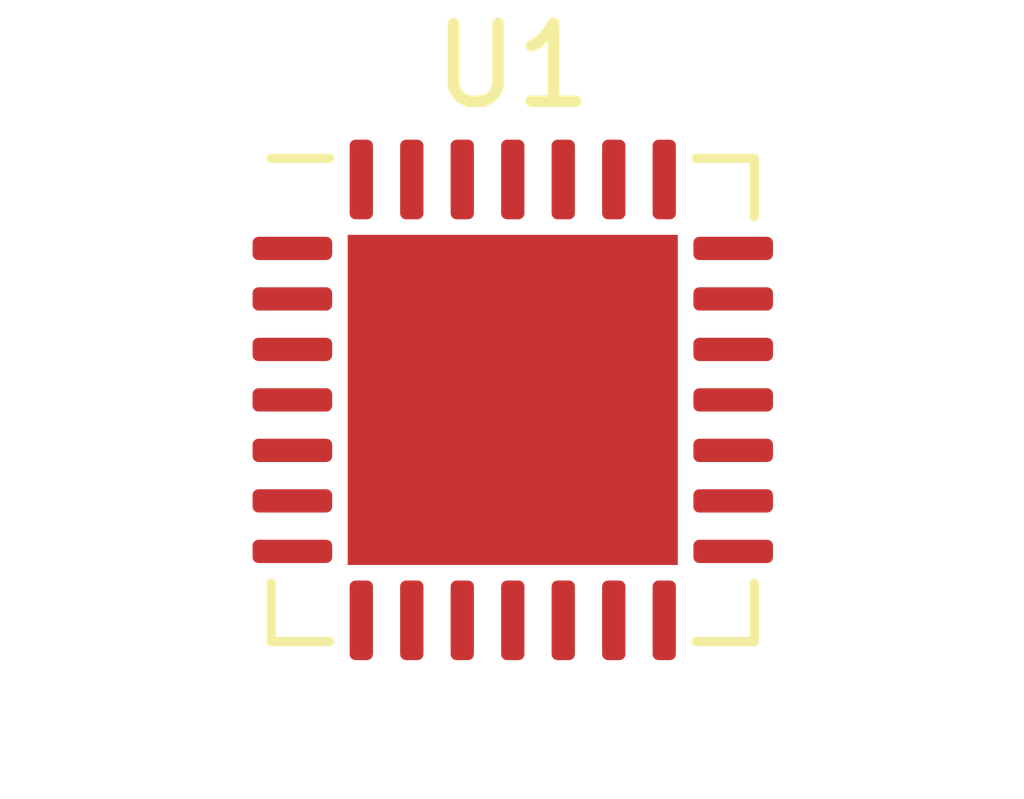
<source format=kicad_pcb>
(kicad_pcb (version 20171130) (host pcbnew "(5.1.6)-1")

  (general
    (thickness 1.6)
    (drawings 0)
    (tracks 0)
    (zones 0)
    (modules 1)
    (nets 28)
  )

  (page A4)
  (layers
    (0 F.Cu signal)
    (31 B.Cu signal)
    (32 B.Adhes user)
    (33 F.Adhes user)
    (34 B.Paste user)
    (35 F.Paste user)
    (36 B.SilkS user)
    (37 F.SilkS user)
    (38 B.Mask user)
    (39 F.Mask user)
    (40 Dwgs.User user)
    (41 Cmts.User user)
    (42 Eco1.User user)
    (43 Eco2.User user)
    (44 Edge.Cuts user)
    (45 Margin user)
    (46 B.CrtYd user)
    (47 F.CrtYd user)
    (48 B.Fab user)
    (49 F.Fab user)
  )

  (setup
    (last_trace_width 0.25)
    (trace_clearance 0.2)
    (zone_clearance 0.508)
    (zone_45_only no)
    (trace_min 0.2)
    (via_size 0.8)
    (via_drill 0.4)
    (via_min_size 0.4)
    (via_min_drill 0.3)
    (uvia_size 0.3)
    (uvia_drill 0.1)
    (uvias_allowed no)
    (uvia_min_size 0.2)
    (uvia_min_drill 0.1)
    (edge_width 0.05)
    (segment_width 0.2)
    (pcb_text_width 0.3)
    (pcb_text_size 1.5 1.5)
    (mod_edge_width 0.12)
    (mod_text_size 1 1)
    (mod_text_width 0.15)
    (pad_size 1.524 1.524)
    (pad_drill 0.762)
    (pad_to_mask_clearance 0.05)
    (aux_axis_origin 0 0)
    (visible_elements FFFFFF7F)
    (pcbplotparams
      (layerselection 0x010fc_ffffffff)
      (usegerberextensions false)
      (usegerberattributes true)
      (usegerberadvancedattributes true)
      (creategerberjobfile true)
      (excludeedgelayer true)
      (linewidth 0.100000)
      (plotframeref false)
      (viasonmask false)
      (mode 1)
      (useauxorigin false)
      (hpglpennumber 1)
      (hpglpenspeed 20)
      (hpglpendiameter 15.000000)
      (psnegative false)
      (psa4output false)
      (plotreference true)
      (plotvalue true)
      (plotinvisibletext false)
      (padsonsilk false)
      (subtractmaskfromsilk false)
      (outputformat 1)
      (mirror false)
      (drillshape 1)
      (scaleselection 1)
      (outputdirectory ""))
  )

  (net 0 "")
  (net 1 "Net-(U1-Pad28)")
  (net 2 "Net-(U1-Pad27)")
  (net 3 "Net-(U1-Pad26)")
  (net 4 "Net-(U1-Pad25)")
  (net 5 "Net-(U1-Pad24)")
  (net 6 "Net-(U1-Pad23)")
  (net 7 "Net-(U1-Pad22)")
  (net 8 "Net-(U1-Pad21)")
  (net 9 "Net-(U1-Pad20)")
  (net 10 "Net-(U1-Pad19)")
  (net 11 "Net-(U1-Pad18)")
  (net 12 "Net-(U1-Pad17)")
  (net 13 "Net-(U1-Pad16)")
  (net 14 "Net-(U1-Pad15)")
  (net 15 "Net-(U1-Pad14)")
  (net 16 "Net-(U1-Pad13)")
  (net 17 "Net-(U1-Pad12)")
  (net 18 "Net-(U1-Pad11)")
  (net 19 "Net-(U1-Pad10)")
  (net 20 "Net-(U1-Pad9)")
  (net 21 "Net-(U1-Pad7)")
  (net 22 "Net-(U1-Pad6)")
  (net 23 "Net-(U1-Pad5)")
  (net 24 "Net-(U1-Pad4)")
  (net 25 "Net-(U1-Pad3)")
  (net 26 "Net-(U1-Pad2)")
  (net 27 "Net-(U1-Pad1)")

  (net_class Default "This is the default net class."
    (clearance 0.2)
    (trace_width 0.25)
    (via_dia 0.8)
    (via_drill 0.4)
    (uvia_dia 0.3)
    (uvia_drill 0.1)
    (add_net "Net-(U1-Pad1)")
    (add_net "Net-(U1-Pad10)")
    (add_net "Net-(U1-Pad11)")
    (add_net "Net-(U1-Pad12)")
    (add_net "Net-(U1-Pad13)")
    (add_net "Net-(U1-Pad14)")
    (add_net "Net-(U1-Pad15)")
    (add_net "Net-(U1-Pad16)")
    (add_net "Net-(U1-Pad17)")
    (add_net "Net-(U1-Pad18)")
    (add_net "Net-(U1-Pad19)")
    (add_net "Net-(U1-Pad2)")
    (add_net "Net-(U1-Pad20)")
    (add_net "Net-(U1-Pad21)")
    (add_net "Net-(U1-Pad22)")
    (add_net "Net-(U1-Pad23)")
    (add_net "Net-(U1-Pad24)")
    (add_net "Net-(U1-Pad25)")
    (add_net "Net-(U1-Pad26)")
    (add_net "Net-(U1-Pad27)")
    (add_net "Net-(U1-Pad28)")
    (add_net "Net-(U1-Pad3)")
    (add_net "Net-(U1-Pad4)")
    (add_net "Net-(U1-Pad5)")
    (add_net "Net-(U1-Pad6)")
    (add_net "Net-(U1-Pad7)")
    (add_net "Net-(U1-Pad9)")
  )

  (module Package_DFN_QFN:QFN-28-1EP_6x6mm_P0.65mm_EP4.25x4.25mm (layer F.Cu) (tedit 5DC5F6A4) (tstamp 5F2CC839)
    (at 496.265001 179.515001)
    (descr "QFN, 28 Pin (http://ww1.microchip.com/downloads/en/PackagingSpec/00000049BQ.pdf#page=289), generated with kicad-footprint-generator ipc_noLead_generator.py")
    (tags "QFN NoLead")
    (path /5F2CD3D5)
    (attr smd)
    (fp_text reference U1 (at 0 -4.3) (layer F.SilkS)
      (effects (font (size 1 1) (thickness 0.15)))
    )
    (fp_text value PIC18F27J53_ISS (at 0 4.3) (layer F.Fab)
      (effects (font (size 1 1) (thickness 0.15)))
    )
    (fp_text user %R (at 0 0) (layer F.Fab)
      (effects (font (size 1 1) (thickness 0.15)))
    )
    (fp_line (start 2.36 -3.11) (end 3.11 -3.11) (layer F.SilkS) (width 0.12))
    (fp_line (start 3.11 -3.11) (end 3.11 -2.36) (layer F.SilkS) (width 0.12))
    (fp_line (start -2.36 3.11) (end -3.11 3.11) (layer F.SilkS) (width 0.12))
    (fp_line (start -3.11 3.11) (end -3.11 2.36) (layer F.SilkS) (width 0.12))
    (fp_line (start 2.36 3.11) (end 3.11 3.11) (layer F.SilkS) (width 0.12))
    (fp_line (start 3.11 3.11) (end 3.11 2.36) (layer F.SilkS) (width 0.12))
    (fp_line (start -2.36 -3.11) (end -3.11 -3.11) (layer F.SilkS) (width 0.12))
    (fp_line (start -2 -3) (end 3 -3) (layer F.Fab) (width 0.1))
    (fp_line (start 3 -3) (end 3 3) (layer F.Fab) (width 0.1))
    (fp_line (start 3 3) (end -3 3) (layer F.Fab) (width 0.1))
    (fp_line (start -3 3) (end -3 -2) (layer F.Fab) (width 0.1))
    (fp_line (start -3 -2) (end -2 -3) (layer F.Fab) (width 0.1))
    (fp_line (start -3.6 -3.6) (end -3.6 3.6) (layer F.CrtYd) (width 0.05))
    (fp_line (start -3.6 3.6) (end 3.6 3.6) (layer F.CrtYd) (width 0.05))
    (fp_line (start 3.6 3.6) (end 3.6 -3.6) (layer F.CrtYd) (width 0.05))
    (fp_line (start 3.6 -3.6) (end -3.6 -3.6) (layer F.CrtYd) (width 0.05))
    (pad "" smd roundrect (at 1.42 1.42) (size 1.14 1.14) (layers F.Paste) (roundrect_rratio 0.219298))
    (pad "" smd roundrect (at 1.42 0) (size 1.14 1.14) (layers F.Paste) (roundrect_rratio 0.219298))
    (pad "" smd roundrect (at 1.42 -1.42) (size 1.14 1.14) (layers F.Paste) (roundrect_rratio 0.219298))
    (pad "" smd roundrect (at 0 1.42) (size 1.14 1.14) (layers F.Paste) (roundrect_rratio 0.219298))
    (pad "" smd roundrect (at 0 0) (size 1.14 1.14) (layers F.Paste) (roundrect_rratio 0.219298))
    (pad "" smd roundrect (at 0 -1.42) (size 1.14 1.14) (layers F.Paste) (roundrect_rratio 0.219298))
    (pad "" smd roundrect (at -1.42 1.42) (size 1.14 1.14) (layers F.Paste) (roundrect_rratio 0.219298))
    (pad "" smd roundrect (at -1.42 0) (size 1.14 1.14) (layers F.Paste) (roundrect_rratio 0.219298))
    (pad "" smd roundrect (at -1.42 -1.42) (size 1.14 1.14) (layers F.Paste) (roundrect_rratio 0.219298))
    (pad 29 smd rect (at 0 0) (size 4.25 4.25) (layers F.Cu F.Mask))
    (pad 28 smd roundrect (at -1.95 -2.8375) (size 0.3 1.025) (layers F.Cu F.Paste F.Mask) (roundrect_rratio 0.25)
      (net 1 "Net-(U1-Pad28)"))
    (pad 27 smd roundrect (at -1.3 -2.8375) (size 0.3 1.025) (layers F.Cu F.Paste F.Mask) (roundrect_rratio 0.25)
      (net 2 "Net-(U1-Pad27)"))
    (pad 26 smd roundrect (at -0.65 -2.8375) (size 0.3 1.025) (layers F.Cu F.Paste F.Mask) (roundrect_rratio 0.25)
      (net 3 "Net-(U1-Pad26)"))
    (pad 25 smd roundrect (at 0 -2.8375) (size 0.3 1.025) (layers F.Cu F.Paste F.Mask) (roundrect_rratio 0.25)
      (net 4 "Net-(U1-Pad25)"))
    (pad 24 smd roundrect (at 0.65 -2.8375) (size 0.3 1.025) (layers F.Cu F.Paste F.Mask) (roundrect_rratio 0.25)
      (net 5 "Net-(U1-Pad24)"))
    (pad 23 smd roundrect (at 1.3 -2.8375) (size 0.3 1.025) (layers F.Cu F.Paste F.Mask) (roundrect_rratio 0.25)
      (net 6 "Net-(U1-Pad23)"))
    (pad 22 smd roundrect (at 1.95 -2.8375) (size 0.3 1.025) (layers F.Cu F.Paste F.Mask) (roundrect_rratio 0.25)
      (net 7 "Net-(U1-Pad22)"))
    (pad 21 smd roundrect (at 2.8375 -1.95) (size 1.025 0.3) (layers F.Cu F.Paste F.Mask) (roundrect_rratio 0.25)
      (net 8 "Net-(U1-Pad21)"))
    (pad 20 smd roundrect (at 2.8375 -1.3) (size 1.025 0.3) (layers F.Cu F.Paste F.Mask) (roundrect_rratio 0.25)
      (net 9 "Net-(U1-Pad20)"))
    (pad 19 smd roundrect (at 2.8375 -0.65) (size 1.025 0.3) (layers F.Cu F.Paste F.Mask) (roundrect_rratio 0.25)
      (net 10 "Net-(U1-Pad19)"))
    (pad 18 smd roundrect (at 2.8375 0) (size 1.025 0.3) (layers F.Cu F.Paste F.Mask) (roundrect_rratio 0.25)
      (net 11 "Net-(U1-Pad18)"))
    (pad 17 smd roundrect (at 2.8375 0.65) (size 1.025 0.3) (layers F.Cu F.Paste F.Mask) (roundrect_rratio 0.25)
      (net 12 "Net-(U1-Pad17)"))
    (pad 16 smd roundrect (at 2.8375 1.3) (size 1.025 0.3) (layers F.Cu F.Paste F.Mask) (roundrect_rratio 0.25)
      (net 13 "Net-(U1-Pad16)"))
    (pad 15 smd roundrect (at 2.8375 1.95) (size 1.025 0.3) (layers F.Cu F.Paste F.Mask) (roundrect_rratio 0.25)
      (net 14 "Net-(U1-Pad15)"))
    (pad 14 smd roundrect (at 1.95 2.8375) (size 0.3 1.025) (layers F.Cu F.Paste F.Mask) (roundrect_rratio 0.25)
      (net 15 "Net-(U1-Pad14)"))
    (pad 13 smd roundrect (at 1.3 2.8375) (size 0.3 1.025) (layers F.Cu F.Paste F.Mask) (roundrect_rratio 0.25)
      (net 16 "Net-(U1-Pad13)"))
    (pad 12 smd roundrect (at 0.65 2.8375) (size 0.3 1.025) (layers F.Cu F.Paste F.Mask) (roundrect_rratio 0.25)
      (net 17 "Net-(U1-Pad12)"))
    (pad 11 smd roundrect (at 0 2.8375) (size 0.3 1.025) (layers F.Cu F.Paste F.Mask) (roundrect_rratio 0.25)
      (net 18 "Net-(U1-Pad11)"))
    (pad 10 smd roundrect (at -0.65 2.8375) (size 0.3 1.025) (layers F.Cu F.Paste F.Mask) (roundrect_rratio 0.25)
      (net 19 "Net-(U1-Pad10)"))
    (pad 9 smd roundrect (at -1.3 2.8375) (size 0.3 1.025) (layers F.Cu F.Paste F.Mask) (roundrect_rratio 0.25)
      (net 20 "Net-(U1-Pad9)"))
    (pad 8 smd roundrect (at -1.95 2.8375) (size 0.3 1.025) (layers F.Cu F.Paste F.Mask) (roundrect_rratio 0.25)
      (net 10 "Net-(U1-Pad19)"))
    (pad 7 smd roundrect (at -2.8375 1.95) (size 1.025 0.3) (layers F.Cu F.Paste F.Mask) (roundrect_rratio 0.25)
      (net 21 "Net-(U1-Pad7)"))
    (pad 6 smd roundrect (at -2.8375 1.3) (size 1.025 0.3) (layers F.Cu F.Paste F.Mask) (roundrect_rratio 0.25)
      (net 22 "Net-(U1-Pad6)"))
    (pad 5 smd roundrect (at -2.8375 0.65) (size 1.025 0.3) (layers F.Cu F.Paste F.Mask) (roundrect_rratio 0.25)
      (net 23 "Net-(U1-Pad5)"))
    (pad 4 smd roundrect (at -2.8375 0) (size 1.025 0.3) (layers F.Cu F.Paste F.Mask) (roundrect_rratio 0.25)
      (net 24 "Net-(U1-Pad4)"))
    (pad 3 smd roundrect (at -2.8375 -0.65) (size 1.025 0.3) (layers F.Cu F.Paste F.Mask) (roundrect_rratio 0.25)
      (net 25 "Net-(U1-Pad3)"))
    (pad 2 smd roundrect (at -2.8375 -1.3) (size 1.025 0.3) (layers F.Cu F.Paste F.Mask) (roundrect_rratio 0.25)
      (net 26 "Net-(U1-Pad2)"))
    (pad 1 smd roundrect (at -2.8375 -1.95) (size 1.025 0.3) (layers F.Cu F.Paste F.Mask) (roundrect_rratio 0.25)
      (net 27 "Net-(U1-Pad1)"))
    (model ${KISYS3DMOD}/Package_DFN_QFN.3dshapes/QFN-28-1EP_6x6mm_P0.65mm_EP4.25x4.25mm.wrl
      (at (xyz 0 0 0))
      (scale (xyz 1 1 1))
      (rotate (xyz 0 0 0))
    )
  )

)

</source>
